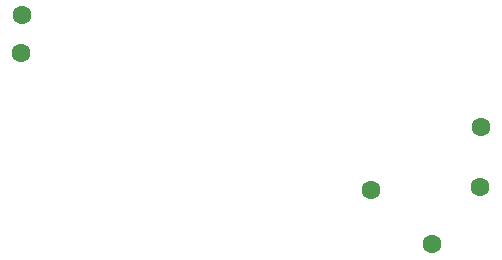
<source format=gbr>
%TF.GenerationSoftware,KiCad,Pcbnew,7.0.7*%
%TF.CreationDate,2023-11-19T15:36:35+03:00*%
%TF.ProjectId,Main_PCB_002,4d61696e-5f50-4434-925f-3030322e6b69,rev?*%
%TF.SameCoordinates,Original*%
%TF.FileFunction,Soldermask,Bot*%
%TF.FilePolarity,Negative*%
%FSLAX46Y46*%
G04 Gerber Fmt 4.6, Leading zero omitted, Abs format (unit mm)*
G04 Created by KiCad (PCBNEW 7.0.7) date 2023-11-19 15:36:35*
%MOMM*%
%LPD*%
G01*
G04 APERTURE LIST*
%ADD10C,1.600000*%
G04 APERTURE END LIST*
D10*
%TO.C,D1*%
X165608000Y-113284000D03*
%TD*%
%TO.C,D22*%
X126873000Y-98704400D03*
%TD*%
%TO.C,D25*%
X156438600Y-113487200D03*
%TD*%
%TO.C,D26*%
X161569400Y-118110000D03*
%TD*%
%TO.C,D24*%
X165709600Y-108178600D03*
%TD*%
%TO.C,D23*%
X126822200Y-101879400D03*
%TD*%
M02*

</source>
